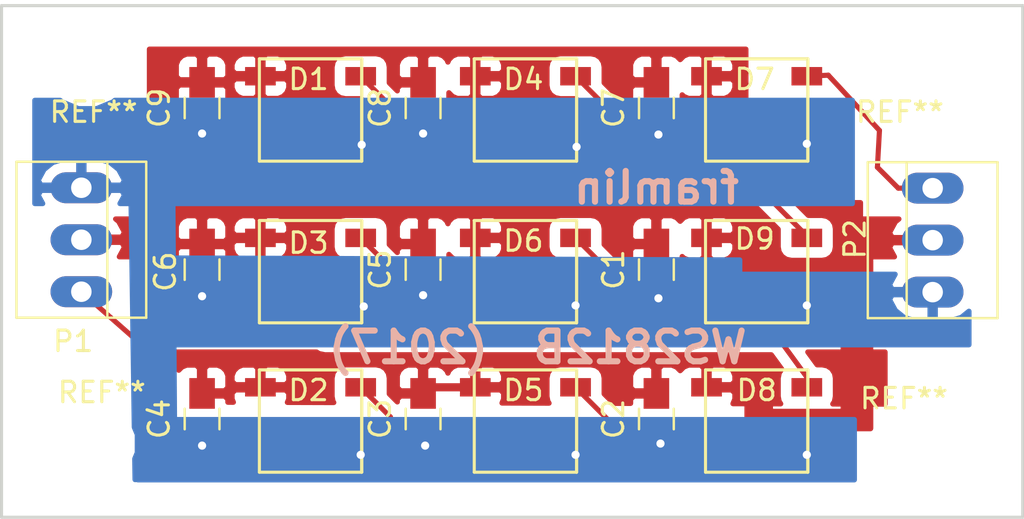
<source format=kicad_pcb>
(kicad_pcb (version 4) (host pcbnew 4.0.5)

  (general
    (links 48)
    (no_connects 0)
    (area 4.471429 15.124999 70.428572 42.475)
    (thickness 1.6)
    (drawings 6)
    (tracks 120)
    (zones 0)
    (modules 24)
    (nets 13)
  )

  (page A4)
  (layers
    (0 F.Cu signal)
    (31 B.Cu signal)
    (32 B.Adhes user hide)
    (33 F.Adhes user hide)
    (34 B.Paste user hide)
    (35 F.Paste user hide)
    (36 B.SilkS user hide)
    (37 F.SilkS user hide)
    (38 B.Mask user)
    (39 F.Mask user)
    (40 Dwgs.User user hide)
    (41 Cmts.User user hide)
    (42 Eco1.User user hide)
    (43 Eco2.User user hide)
    (44 Edge.Cuts user)
    (45 Margin user hide)
    (46 B.CrtYd user hide)
    (47 F.CrtYd user hide)
    (48 B.Fab user hide)
    (49 F.Fab user hide)
  )

  (setup
    (last_trace_width 0.25)
    (trace_clearance 0.3)
    (zone_clearance 0.508)
    (zone_45_only no)
    (trace_min 0.2)
    (segment_width 0.2)
    (edge_width 0.15)
    (via_size 0.6)
    (via_drill 0.4)
    (via_min_size 0.4)
    (via_min_drill 0.3)
    (uvia_size 0.3)
    (uvia_drill 0.1)
    (uvias_allowed no)
    (uvia_min_size 0.2)
    (uvia_min_drill 0.1)
    (pcb_text_width 0.3)
    (pcb_text_size 1.5 1.5)
    (mod_edge_width 0.15)
    (mod_text_size 1 1)
    (mod_text_width 0.15)
    (pad_size 1.524 1.524)
    (pad_drill 0.762)
    (pad_to_mask_clearance 0.2)
    (aux_axis_origin 0 0)
    (visible_elements FFFCC209)
    (pcbplotparams
      (layerselection 0x010fc_80000001)
      (usegerberextensions false)
      (excludeedgelayer true)
      (linewidth 0.100000)
      (plotframeref false)
      (viasonmask false)
      (mode 1)
      (useauxorigin false)
      (hpglpennumber 1)
      (hpglpenspeed 20)
      (hpglpendiameter 15)
      (hpglpenoverlay 2)
      (psnegative false)
      (psa4output false)
      (plotreference true)
      (plotvalue false)
      (plotinvisibletext false)
      (padsonsilk false)
      (subtractmaskfromsilk false)
      (outputformat 1)
      (mirror false)
      (drillshape 0)
      (scaleselection 1)
      (outputdirectory gerber/))
  )

  (net 0 "")
  (net 1 GND)
  (net 2 VDD)
  (net 3 Data_Line_1)
  (net 4 "Net-(D1-Pad4)")
  (net 5 Data_OUT)
  (net 6 "Net-(D2-Pad4)")
  (net 7 Data_Line_2)
  (net 8 "Net-(D3-Pad4)")
  (net 9 "Net-(D4-Pad4)")
  (net 10 "Net-(D5-Pad4)")
  (net 11 "Net-(D6-Pad4)")
  (net 12 Data_IN)

  (net_class Default "Dies ist die voreingestellte Netzklasse."
    (clearance 0.3)
    (trace_width 0.25)
    (via_dia 0.6)
    (via_drill 0.4)
    (uvia_dia 0.3)
    (uvia_drill 0.1)
    (add_net Data_IN)
    (add_net Data_Line_1)
    (add_net Data_Line_2)
    (add_net Data_OUT)
    (add_net GND)
    (add_net "Net-(D1-Pad4)")
    (add_net "Net-(D2-Pad4)")
    (add_net "Net-(D3-Pad4)")
    (add_net "Net-(D4-Pad4)")
    (add_net "Net-(D5-Pad4)")
    (add_net "Net-(D6-Pad4)")
  )

  (net_class power ""
    (clearance 0.4)
    (trace_width 0.4)
    (via_dia 0.6)
    (via_drill 0.4)
    (uvia_dia 0.3)
    (uvia_drill 0.1)
    (add_net VDD)
  )

  (module Connect:PINHEAD1-3 (layer F.Cu) (tedit 58A8A732) (tstamp 58A87288)
    (at 58.6 29.8 90)
    (path /58A87AF5)
    (fp_text reference P2 (at 2.59 -3.8 90) (layer F.SilkS)
      (effects (font (size 1 1) (thickness 0.15)))
    )
    (fp_text value CONN_01X03 (at 2.5 4.1 90) (layer F.Fab)
      (effects (font (size 1 1) (thickness 0.15)))
    )
    (fp_line (start -1.27 -3.17) (end -1.27 3.17) (layer F.SilkS) (width 0.12))
    (fp_line (start 6.35 -3.17) (end 6.35 3.17) (layer F.SilkS) (width 0.12))
    (fp_line (start 6.35 -1.27) (end -1.27 -1.27) (layer F.SilkS) (width 0.12))
    (fp_line (start -1.27 -3.17) (end 6.35 -3.17) (layer F.SilkS) (width 0.12))
    (fp_line (start 6.35 3.17) (end -1.27 3.17) (layer F.SilkS) (width 0.12))
    (fp_line (start -1.52 -3.42) (end 6.6 -3.42) (layer F.CrtYd) (width 0.05))
    (fp_line (start -1.52 -3.42) (end -1.52 3.42) (layer F.CrtYd) (width 0.05))
    (fp_line (start 6.6 3.42) (end 6.6 -3.42) (layer F.CrtYd) (width 0.05))
    (fp_line (start 6.6 3.42) (end -1.52 3.42) (layer F.CrtYd) (width 0.05))
    (pad 1 thru_hole oval (at 0 0 90) (size 1.51 3.01) (drill 1) (layers *.Cu *.Mask)
      (net 1 GND))
    (pad 2 thru_hole oval (at 2.54 0 90) (size 1.51 3.01) (drill 1) (layers *.Cu *.Mask)
      (net 2 VDD))
    (pad 3 thru_hole oval (at 5.08 0 90) (size 1.51 3.01) (drill 1) (layers *.Cu *.Mask)
      (net 12 Data_IN))
  )

  (module ws2812b:WS2812B (layer F.Cu) (tedit 58A8A65A) (tstamp 58A8725E)
    (at 50 20.9)
    (path /58A83CFF)
    (fp_text reference D7 (at -0.1 -1.5) (layer F.SilkS)
      (effects (font (size 1 1) (thickness 0.15)))
    )
    (fp_text value WS2812B_RGB (at -0.1 -4.2) (layer F.Fab)
      (effects (font (size 1 1) (thickness 0.15)))
    )
    (fp_line (start 2.5 -2.5) (end 2.5 2.5) (layer F.SilkS) (width 0.15))
    (fp_line (start -2.5 -2.5) (end 2.5 -2.5) (layer F.SilkS) (width 0.15))
    (fp_line (start -2.5 2.5) (end -2.5 -2.5) (layer F.SilkS) (width 0.15))
    (fp_line (start -2.5 -2.5) (end 2.5 -2.5) (layer F.SilkS) (width 0.15))
    (fp_line (start 2.5 -2.5) (end 2.5 2.5) (layer F.SilkS) (width 0.15))
    (fp_line (start 2.5 2.5) (end -2.5 2.5) (layer F.SilkS) (width 0.15))
    (pad 2 smd rect (at -2.45 1.65) (size 1.5 0.9) (layers F.Cu F.Paste F.Mask)
      (net 9 "Net-(D4-Pad4)"))
    (pad 1 smd rect (at -2.45 -1.65) (size 1.5 0.9) (layers F.Cu F.Paste F.Mask)
      (net 2 VDD))
    (pad 4 smd rect (at 2.45 -1.65) (size 1.5 0.9) (layers F.Cu F.Paste F.Mask)
      (net 12 Data_IN))
    (pad 3 smd rect (at 2.45 1.65) (size 1.5 0.9) (layers F.Cu F.Paste F.Mask)
      (net 1 GND))
  )

  (module ws2812b:WS2812B (layer F.Cu) (tedit 58A8A59B) (tstamp 58A8727A)
    (at 50 28.8)
    (path /58A83D88)
    (fp_text reference D9 (at -0.1 -1.6) (layer F.SilkS)
      (effects (font (size 1 1) (thickness 0.15)))
    )
    (fp_text value WS2812B_RGB (at 0 -3.7) (layer F.Fab)
      (effects (font (size 1 1) (thickness 0.15)))
    )
    (fp_line (start 2.5 -2.5) (end 2.5 2.5) (layer F.SilkS) (width 0.15))
    (fp_line (start -2.5 -2.5) (end 2.5 -2.5) (layer F.SilkS) (width 0.15))
    (fp_line (start -2.5 2.5) (end -2.5 -2.5) (layer F.SilkS) (width 0.15))
    (fp_line (start -2.5 -2.5) (end 2.5 -2.5) (layer F.SilkS) (width 0.15))
    (fp_line (start 2.5 -2.5) (end 2.5 2.5) (layer F.SilkS) (width 0.15))
    (fp_line (start 2.5 2.5) (end -2.5 2.5) (layer F.SilkS) (width 0.15))
    (pad 2 smd rect (at -2.45 1.65) (size 1.5 0.9) (layers F.Cu F.Paste F.Mask)
      (net 11 "Net-(D6-Pad4)"))
    (pad 1 smd rect (at -2.45 -1.65) (size 1.5 0.9) (layers F.Cu F.Paste F.Mask)
      (net 2 VDD))
    (pad 4 smd rect (at 2.45 -1.65) (size 1.5 0.9) (layers F.Cu F.Paste F.Mask)
      (net 3 Data_Line_1))
    (pad 3 smd rect (at 2.45 1.65) (size 1.5 0.9) (layers F.Cu F.Paste F.Mask)
      (net 1 GND))
  )

  (module Capacitors_SMD:C_0805_HandSoldering (layer F.Cu) (tedit 58A8A5A5) (tstamp 58A871CC)
    (at 45.1 28.7 90)
    (descr "Capacitor SMD 0805, hand soldering")
    (tags "capacitor 0805")
    (path /58A85A3D)
    (attr smd)
    (fp_text reference C1 (at 0 -2.1 90) (layer F.SilkS)
      (effects (font (size 1 1) (thickness 0.15)))
    )
    (fp_text value 100nF (at -0.2 5 180) (layer F.Fab)
      (effects (font (size 1 1) (thickness 0.15)))
    )
    (fp_line (start -1 0.625) (end -1 -0.625) (layer F.Fab) (width 0.1))
    (fp_line (start 1 0.625) (end -1 0.625) (layer F.Fab) (width 0.1))
    (fp_line (start 1 -0.625) (end 1 0.625) (layer F.Fab) (width 0.1))
    (fp_line (start -1 -0.625) (end 1 -0.625) (layer F.Fab) (width 0.1))
    (fp_line (start -2.3 -1) (end 2.3 -1) (layer F.CrtYd) (width 0.05))
    (fp_line (start -2.3 1) (end 2.3 1) (layer F.CrtYd) (width 0.05))
    (fp_line (start -2.3 -1) (end -2.3 1) (layer F.CrtYd) (width 0.05))
    (fp_line (start 2.3 -1) (end 2.3 1) (layer F.CrtYd) (width 0.05))
    (fp_line (start 0.5 -0.85) (end -0.5 -0.85) (layer F.SilkS) (width 0.12))
    (fp_line (start -0.5 0.85) (end 0.5 0.85) (layer F.SilkS) (width 0.12))
    (pad 1 smd rect (at -1.25 0 90) (size 1.5 1.25) (layers F.Cu F.Paste F.Mask)
      (net 1 GND))
    (pad 2 smd rect (at 1.25 0 90) (size 1.5 1.25) (layers F.Cu F.Paste F.Mask)
      (net 2 VDD))
    (model Capacitors_SMD.3dshapes/C_0805_HandSoldering.wrl
      (at (xyz 0 0 0))
      (scale (xyz 1 1 1))
      (rotate (xyz 0 0 0))
    )
  )

  (module Capacitors_SMD:C_0805_HandSoldering (layer F.Cu) (tedit 58A8A595) (tstamp 58A871D2)
    (at 45.1 36 90)
    (descr "Capacitor SMD 0805, hand soldering")
    (tags "capacitor 0805")
    (path /58A85562)
    (attr smd)
    (fp_text reference C2 (at 0 -2.1 90) (layer F.SilkS)
      (effects (font (size 1 1) (thickness 0.15)))
    )
    (fp_text value 100nF (at -0.3 5 180) (layer F.Fab)
      (effects (font (size 1 1) (thickness 0.15)))
    )
    (fp_line (start -1 0.625) (end -1 -0.625) (layer F.Fab) (width 0.1))
    (fp_line (start 1 0.625) (end -1 0.625) (layer F.Fab) (width 0.1))
    (fp_line (start 1 -0.625) (end 1 0.625) (layer F.Fab) (width 0.1))
    (fp_line (start -1 -0.625) (end 1 -0.625) (layer F.Fab) (width 0.1))
    (fp_line (start -2.3 -1) (end 2.3 -1) (layer F.CrtYd) (width 0.05))
    (fp_line (start -2.3 1) (end 2.3 1) (layer F.CrtYd) (width 0.05))
    (fp_line (start -2.3 -1) (end -2.3 1) (layer F.CrtYd) (width 0.05))
    (fp_line (start 2.3 -1) (end 2.3 1) (layer F.CrtYd) (width 0.05))
    (fp_line (start 0.5 -0.85) (end -0.5 -0.85) (layer F.SilkS) (width 0.12))
    (fp_line (start -0.5 0.85) (end 0.5 0.85) (layer F.SilkS) (width 0.12))
    (pad 1 smd rect (at -1.25 0 90) (size 1.5 1.25) (layers F.Cu F.Paste F.Mask)
      (net 1 GND))
    (pad 2 smd rect (at 1.25 0 90) (size 1.5 1.25) (layers F.Cu F.Paste F.Mask)
      (net 2 VDD))
    (model Capacitors_SMD.3dshapes/C_0805_HandSoldering.wrl
      (at (xyz 0 0 0))
      (scale (xyz 1 1 1))
      (rotate (xyz 0 0 0))
    )
  )

  (module Capacitors_SMD:C_0805_HandSoldering (layer F.Cu) (tedit 58A8A6BD) (tstamp 58A871D8)
    (at 33.7 36 90)
    (descr "Capacitor SMD 0805, hand soldering")
    (tags "capacitor 0805")
    (path /58A85BAB)
    (attr smd)
    (fp_text reference C3 (at 0 -2.1 90) (layer F.SilkS)
      (effects (font (size 1 1) (thickness 0.15)))
    )
    (fp_text value 100nF (at -0.2 5.1 180) (layer F.Fab)
      (effects (font (size 1 1) (thickness 0.15)))
    )
    (fp_line (start -1 0.625) (end -1 -0.625) (layer F.Fab) (width 0.1))
    (fp_line (start 1 0.625) (end -1 0.625) (layer F.Fab) (width 0.1))
    (fp_line (start 1 -0.625) (end 1 0.625) (layer F.Fab) (width 0.1))
    (fp_line (start -1 -0.625) (end 1 -0.625) (layer F.Fab) (width 0.1))
    (fp_line (start -2.3 -1) (end 2.3 -1) (layer F.CrtYd) (width 0.05))
    (fp_line (start -2.3 1) (end 2.3 1) (layer F.CrtYd) (width 0.05))
    (fp_line (start -2.3 -1) (end -2.3 1) (layer F.CrtYd) (width 0.05))
    (fp_line (start 2.3 -1) (end 2.3 1) (layer F.CrtYd) (width 0.05))
    (fp_line (start 0.5 -0.85) (end -0.5 -0.85) (layer F.SilkS) (width 0.12))
    (fp_line (start -0.5 0.85) (end 0.5 0.85) (layer F.SilkS) (width 0.12))
    (pad 1 smd rect (at -1.25 0 90) (size 1.5 1.25) (layers F.Cu F.Paste F.Mask)
      (net 1 GND))
    (pad 2 smd rect (at 1.25 0 90) (size 1.5 1.25) (layers F.Cu F.Paste F.Mask)
      (net 2 VDD))
    (model Capacitors_SMD.3dshapes/C_0805_HandSoldering.wrl
      (at (xyz 0 0 0))
      (scale (xyz 1 1 1))
      (rotate (xyz 0 0 0))
    )
  )

  (module Capacitors_SMD:C_0805_HandSoldering (layer F.Cu) (tedit 58A8A6AA) (tstamp 58A871DE)
    (at 22.9 36 90)
    (descr "Capacitor SMD 0805, hand soldering")
    (tags "capacitor 0805")
    (path /58A85424)
    (attr smd)
    (fp_text reference C4 (at 0 -2.1 90) (layer F.SilkS)
      (effects (font (size 1 1) (thickness 0.15)))
    )
    (fp_text value 100nF (at -0.1 5.3 180) (layer F.Fab)
      (effects (font (size 1 1) (thickness 0.15)))
    )
    (fp_line (start -1 0.625) (end -1 -0.625) (layer F.Fab) (width 0.1))
    (fp_line (start 1 0.625) (end -1 0.625) (layer F.Fab) (width 0.1))
    (fp_line (start 1 -0.625) (end 1 0.625) (layer F.Fab) (width 0.1))
    (fp_line (start -1 -0.625) (end 1 -0.625) (layer F.Fab) (width 0.1))
    (fp_line (start -2.3 -1) (end 2.3 -1) (layer F.CrtYd) (width 0.05))
    (fp_line (start -2.3 1) (end 2.3 1) (layer F.CrtYd) (width 0.05))
    (fp_line (start -2.3 -1) (end -2.3 1) (layer F.CrtYd) (width 0.05))
    (fp_line (start 2.3 -1) (end 2.3 1) (layer F.CrtYd) (width 0.05))
    (fp_line (start 0.5 -0.85) (end -0.5 -0.85) (layer F.SilkS) (width 0.12))
    (fp_line (start -0.5 0.85) (end 0.5 0.85) (layer F.SilkS) (width 0.12))
    (pad 1 smd rect (at -1.25 0 90) (size 1.5 1.25) (layers F.Cu F.Paste F.Mask)
      (net 1 GND))
    (pad 2 smd rect (at 1.25 0 90) (size 1.5 1.25) (layers F.Cu F.Paste F.Mask)
      (net 2 VDD))
    (model Capacitors_SMD.3dshapes/C_0805_HandSoldering.wrl
      (at (xyz 0 0 0))
      (scale (xyz 1 1 1))
      (rotate (xyz 0 0 0))
    )
  )

  (module Capacitors_SMD:C_0805_HandSoldering (layer F.Cu) (tedit 58A8A578) (tstamp 58A871E4)
    (at 33.7 28.7 90)
    (descr "Capacitor SMD 0805, hand soldering")
    (tags "capacitor 0805")
    (path /58A85AA4)
    (attr smd)
    (fp_text reference C5 (at 0 -2.1 90) (layer F.SilkS)
      (effects (font (size 1 1) (thickness 0.15)))
    )
    (fp_text value 100nF (at -0.4 5 180) (layer F.Fab)
      (effects (font (size 1 1) (thickness 0.15)))
    )
    (fp_line (start -1 0.625) (end -1 -0.625) (layer F.Fab) (width 0.1))
    (fp_line (start 1 0.625) (end -1 0.625) (layer F.Fab) (width 0.1))
    (fp_line (start 1 -0.625) (end 1 0.625) (layer F.Fab) (width 0.1))
    (fp_line (start -1 -0.625) (end 1 -0.625) (layer F.Fab) (width 0.1))
    (fp_line (start -2.3 -1) (end 2.3 -1) (layer F.CrtYd) (width 0.05))
    (fp_line (start -2.3 1) (end 2.3 1) (layer F.CrtYd) (width 0.05))
    (fp_line (start -2.3 -1) (end -2.3 1) (layer F.CrtYd) (width 0.05))
    (fp_line (start 2.3 -1) (end 2.3 1) (layer F.CrtYd) (width 0.05))
    (fp_line (start 0.5 -0.85) (end -0.5 -0.85) (layer F.SilkS) (width 0.12))
    (fp_line (start -0.5 0.85) (end 0.5 0.85) (layer F.SilkS) (width 0.12))
    (pad 1 smd rect (at -1.25 0 90) (size 1.5 1.25) (layers F.Cu F.Paste F.Mask)
      (net 1 GND))
    (pad 2 smd rect (at 1.25 0 90) (size 1.5 1.25) (layers F.Cu F.Paste F.Mask)
      (net 2 VDD))
    (model Capacitors_SMD.3dshapes/C_0805_HandSoldering.wrl
      (at (xyz 0 0 0))
      (scale (xyz 1 1 1))
      (rotate (xyz 0 0 0))
    )
  )

  (module Capacitors_SMD:C_0805_HandSoldering (layer F.Cu) (tedit 58A8A6F5) (tstamp 58A871EA)
    (at 22.9 28.7 90)
    (descr "Capacitor SMD 0805, hand soldering")
    (tags "capacitor 0805")
    (path /58A85C25)
    (attr smd)
    (fp_text reference C6 (at -0.1 -1.8 90) (layer F.SilkS)
      (effects (font (size 1 1) (thickness 0.15)))
    )
    (fp_text value 100nF (at -0.2 5.4 180) (layer F.Fab)
      (effects (font (size 1 1) (thickness 0.15)))
    )
    (fp_line (start -1 0.625) (end -1 -0.625) (layer F.Fab) (width 0.1))
    (fp_line (start 1 0.625) (end -1 0.625) (layer F.Fab) (width 0.1))
    (fp_line (start 1 -0.625) (end 1 0.625) (layer F.Fab) (width 0.1))
    (fp_line (start -1 -0.625) (end 1 -0.625) (layer F.Fab) (width 0.1))
    (fp_line (start -2.3 -1) (end 2.3 -1) (layer F.CrtYd) (width 0.05))
    (fp_line (start -2.3 1) (end 2.3 1) (layer F.CrtYd) (width 0.05))
    (fp_line (start -2.3 -1) (end -2.3 1) (layer F.CrtYd) (width 0.05))
    (fp_line (start 2.3 -1) (end 2.3 1) (layer F.CrtYd) (width 0.05))
    (fp_line (start 0.5 -0.85) (end -0.5 -0.85) (layer F.SilkS) (width 0.12))
    (fp_line (start -0.5 0.85) (end 0.5 0.85) (layer F.SilkS) (width 0.12))
    (pad 1 smd rect (at -1.25 0 90) (size 1.5 1.25) (layers F.Cu F.Paste F.Mask)
      (net 1 GND))
    (pad 2 smd rect (at 1.25 0 90) (size 1.5 1.25) (layers F.Cu F.Paste F.Mask)
      (net 2 VDD))
    (model Capacitors_SMD.3dshapes/C_0805_HandSoldering.wrl
      (at (xyz 0 0 0))
      (scale (xyz 1 1 1))
      (rotate (xyz 0 0 0))
    )
  )

  (module Capacitors_SMD:C_0805_HandSoldering (layer F.Cu) (tedit 58A8A665) (tstamp 58A871F0)
    (at 45.1 20.8 90)
    (descr "Capacitor SMD 0805, hand soldering")
    (tags "capacitor 0805")
    (path /58A859B2)
    (attr smd)
    (fp_text reference C7 (at 0 -2.1 90) (layer F.SilkS)
      (effects (font (size 1 1) (thickness 0.15)))
    )
    (fp_text value 100nF (at -0.1 5.2 180) (layer F.Fab)
      (effects (font (size 1 1) (thickness 0.15)))
    )
    (fp_line (start -1 0.625) (end -1 -0.625) (layer F.Fab) (width 0.1))
    (fp_line (start 1 0.625) (end -1 0.625) (layer F.Fab) (width 0.1))
    (fp_line (start 1 -0.625) (end 1 0.625) (layer F.Fab) (width 0.1))
    (fp_line (start -1 -0.625) (end 1 -0.625) (layer F.Fab) (width 0.1))
    (fp_line (start -2.3 -1) (end 2.3 -1) (layer F.CrtYd) (width 0.05))
    (fp_line (start -2.3 1) (end 2.3 1) (layer F.CrtYd) (width 0.05))
    (fp_line (start -2.3 -1) (end -2.3 1) (layer F.CrtYd) (width 0.05))
    (fp_line (start 2.3 -1) (end 2.3 1) (layer F.CrtYd) (width 0.05))
    (fp_line (start 0.5 -0.85) (end -0.5 -0.85) (layer F.SilkS) (width 0.12))
    (fp_line (start -0.5 0.85) (end 0.5 0.85) (layer F.SilkS) (width 0.12))
    (pad 1 smd rect (at -1.25 0 90) (size 1.5 1.25) (layers F.Cu F.Paste F.Mask)
      (net 1 GND))
    (pad 2 smd rect (at 1.25 0 90) (size 1.5 1.25) (layers F.Cu F.Paste F.Mask)
      (net 2 VDD))
    (model Capacitors_SMD.3dshapes/C_0805_HandSoldering.wrl
      (at (xyz 0 0 0))
      (scale (xyz 1 1 1))
      (rotate (xyz 0 0 0))
    )
  )

  (module Capacitors_SMD:C_0805_HandSoldering (layer F.Cu) (tedit 58A8A66F) (tstamp 58A871F6)
    (at 33.7 20.8 90)
    (descr "Capacitor SMD 0805, hand soldering")
    (tags "capacitor 0805")
    (path /58A85AFE)
    (attr smd)
    (fp_text reference C8 (at 0 -2.1 90) (layer F.SilkS)
      (effects (font (size 1 1) (thickness 0.15)))
    )
    (fp_text value 100nF (at -0.3 5.1 180) (layer F.Fab)
      (effects (font (size 1 1) (thickness 0.15)))
    )
    (fp_line (start -1 0.625) (end -1 -0.625) (layer F.Fab) (width 0.1))
    (fp_line (start 1 0.625) (end -1 0.625) (layer F.Fab) (width 0.1))
    (fp_line (start 1 -0.625) (end 1 0.625) (layer F.Fab) (width 0.1))
    (fp_line (start -1 -0.625) (end 1 -0.625) (layer F.Fab) (width 0.1))
    (fp_line (start -2.3 -1) (end 2.3 -1) (layer F.CrtYd) (width 0.05))
    (fp_line (start -2.3 1) (end 2.3 1) (layer F.CrtYd) (width 0.05))
    (fp_line (start -2.3 -1) (end -2.3 1) (layer F.CrtYd) (width 0.05))
    (fp_line (start 2.3 -1) (end 2.3 1) (layer F.CrtYd) (width 0.05))
    (fp_line (start 0.5 -0.85) (end -0.5 -0.85) (layer F.SilkS) (width 0.12))
    (fp_line (start -0.5 0.85) (end 0.5 0.85) (layer F.SilkS) (width 0.12))
    (pad 1 smd rect (at -1.25 0 90) (size 1.5 1.25) (layers F.Cu F.Paste F.Mask)
      (net 1 GND))
    (pad 2 smd rect (at 1.25 0 90) (size 1.5 1.25) (layers F.Cu F.Paste F.Mask)
      (net 2 VDD))
    (model Capacitors_SMD.3dshapes/C_0805_HandSoldering.wrl
      (at (xyz 0 0 0))
      (scale (xyz 1 1 1))
      (rotate (xyz 0 0 0))
    )
  )

  (module Capacitors_SMD:C_0805_HandSoldering (layer F.Cu) (tedit 58A8A679) (tstamp 58A871FC)
    (at 22.9 20.8 90)
    (descr "Capacitor SMD 0805, hand soldering")
    (tags "capacitor 0805")
    (path /58A85C95)
    (attr smd)
    (fp_text reference C9 (at 0 -2.1 90) (layer F.SilkS)
      (effects (font (size 1 1) (thickness 0.15)))
    )
    (fp_text value 100nF (at -0.1 5.4 180) (layer F.Fab)
      (effects (font (size 1 1) (thickness 0.15)))
    )
    (fp_line (start -1 0.625) (end -1 -0.625) (layer F.Fab) (width 0.1))
    (fp_line (start 1 0.625) (end -1 0.625) (layer F.Fab) (width 0.1))
    (fp_line (start 1 -0.625) (end 1 0.625) (layer F.Fab) (width 0.1))
    (fp_line (start -1 -0.625) (end 1 -0.625) (layer F.Fab) (width 0.1))
    (fp_line (start -2.3 -1) (end 2.3 -1) (layer F.CrtYd) (width 0.05))
    (fp_line (start -2.3 1) (end 2.3 1) (layer F.CrtYd) (width 0.05))
    (fp_line (start -2.3 -1) (end -2.3 1) (layer F.CrtYd) (width 0.05))
    (fp_line (start 2.3 -1) (end 2.3 1) (layer F.CrtYd) (width 0.05))
    (fp_line (start 0.5 -0.85) (end -0.5 -0.85) (layer F.SilkS) (width 0.12))
    (fp_line (start -0.5 0.85) (end 0.5 0.85) (layer F.SilkS) (width 0.12))
    (pad 1 smd rect (at -1.25 0 90) (size 1.5 1.25) (layers F.Cu F.Paste F.Mask)
      (net 1 GND))
    (pad 2 smd rect (at 1.25 0 90) (size 1.5 1.25) (layers F.Cu F.Paste F.Mask)
      (net 2 VDD))
    (model Capacitors_SMD.3dshapes/C_0805_HandSoldering.wrl
      (at (xyz 0 0 0))
      (scale (xyz 1 1 1))
      (rotate (xyz 0 0 0))
    )
  )

  (module ws2812b:WS2812B (layer F.Cu) (tedit 58A8A648) (tstamp 58A8720A)
    (at 28.2 20.9)
    (path /58A83CAD)
    (fp_text reference D1 (at -0.1 -1.5) (layer F.SilkS)
      (effects (font (size 1 1) (thickness 0.15)))
    )
    (fp_text value WS2812B_RGB (at -1.5 -4.2) (layer F.Fab)
      (effects (font (size 1 1) (thickness 0.15)))
    )
    (fp_line (start 2.5 -2.5) (end 2.5 2.5) (layer F.SilkS) (width 0.15))
    (fp_line (start -2.5 -2.5) (end 2.5 -2.5) (layer F.SilkS) (width 0.15))
    (fp_line (start -2.5 2.5) (end -2.5 -2.5) (layer F.SilkS) (width 0.15))
    (fp_line (start -2.5 -2.5) (end 2.5 -2.5) (layer F.SilkS) (width 0.15))
    (fp_line (start 2.5 -2.5) (end 2.5 2.5) (layer F.SilkS) (width 0.15))
    (fp_line (start 2.5 2.5) (end -2.5 2.5) (layer F.SilkS) (width 0.15))
    (pad 2 smd rect (at -2.45 1.65) (size 1.5 0.9) (layers F.Cu F.Paste F.Mask)
      (net 3 Data_Line_1))
    (pad 1 smd rect (at -2.45 -1.65) (size 1.5 0.9) (layers F.Cu F.Paste F.Mask)
      (net 2 VDD))
    (pad 4 smd rect (at 2.45 -1.65) (size 1.5 0.9) (layers F.Cu F.Paste F.Mask)
      (net 4 "Net-(D1-Pad4)"))
    (pad 3 smd rect (at 2.45 1.65) (size 1.5 0.9) (layers F.Cu F.Paste F.Mask)
      (net 1 GND))
  )

  (module ws2812b:WS2812B (layer F.Cu) (tedit 58A8A695) (tstamp 58A87218)
    (at 28.2 36.1)
    (path /58A83E18)
    (fp_text reference D2 (at -0.1 -1.5) (layer F.SilkS)
      (effects (font (size 1 1) (thickness 0.15)))
    )
    (fp_text value WS2812B_RGB (at -1.4 -3.7) (layer F.Fab)
      (effects (font (size 1 1) (thickness 0.15)))
    )
    (fp_line (start 2.5 -2.5) (end 2.5 2.5) (layer F.SilkS) (width 0.15))
    (fp_line (start -2.5 -2.5) (end 2.5 -2.5) (layer F.SilkS) (width 0.15))
    (fp_line (start -2.5 2.5) (end -2.5 -2.5) (layer F.SilkS) (width 0.15))
    (fp_line (start -2.5 -2.5) (end 2.5 -2.5) (layer F.SilkS) (width 0.15))
    (fp_line (start 2.5 -2.5) (end 2.5 2.5) (layer F.SilkS) (width 0.15))
    (fp_line (start 2.5 2.5) (end -2.5 2.5) (layer F.SilkS) (width 0.15))
    (pad 2 smd rect (at -2.45 1.65) (size 1.5 0.9) (layers F.Cu F.Paste F.Mask)
      (net 5 Data_OUT))
    (pad 1 smd rect (at -2.45 -1.65) (size 1.5 0.9) (layers F.Cu F.Paste F.Mask)
      (net 2 VDD))
    (pad 4 smd rect (at 2.45 -1.65) (size 1.5 0.9) (layers F.Cu F.Paste F.Mask)
      (net 6 "Net-(D2-Pad4)"))
    (pad 3 smd rect (at 2.45 1.65) (size 1.5 0.9) (layers F.Cu F.Paste F.Mask)
      (net 1 GND))
  )

  (module ws2812b:WS2812B (layer F.Cu) (tedit 58A8A686) (tstamp 58A87226)
    (at 28.2 28.8)
    (path /58A83D27)
    (fp_text reference D3 (at -0.1 -1.4) (layer F.SilkS)
      (effects (font (size 1 1) (thickness 0.15)))
    )
    (fp_text value WS2812B_RGB (at -1.5 -3.7) (layer F.Fab)
      (effects (font (size 1 1) (thickness 0.15)))
    )
    (fp_line (start 2.5 -2.5) (end 2.5 2.5) (layer F.SilkS) (width 0.15))
    (fp_line (start -2.5 -2.5) (end 2.5 -2.5) (layer F.SilkS) (width 0.15))
    (fp_line (start -2.5 2.5) (end -2.5 -2.5) (layer F.SilkS) (width 0.15))
    (fp_line (start -2.5 -2.5) (end 2.5 -2.5) (layer F.SilkS) (width 0.15))
    (fp_line (start 2.5 -2.5) (end 2.5 2.5) (layer F.SilkS) (width 0.15))
    (fp_line (start 2.5 2.5) (end -2.5 2.5) (layer F.SilkS) (width 0.15))
    (pad 2 smd rect (at -2.45 1.65) (size 1.5 0.9) (layers F.Cu F.Paste F.Mask)
      (net 7 Data_Line_2))
    (pad 1 smd rect (at -2.45 -1.65) (size 1.5 0.9) (layers F.Cu F.Paste F.Mask)
      (net 2 VDD))
    (pad 4 smd rect (at 2.45 -1.65) (size 1.5 0.9) (layers F.Cu F.Paste F.Mask)
      (net 8 "Net-(D3-Pad4)"))
    (pad 3 smd rect (at 2.45 1.65) (size 1.5 0.9) (layers F.Cu F.Paste F.Mask)
      (net 1 GND))
  )

  (module ws2812b:WS2812B (layer F.Cu) (tedit 58A8A651) (tstamp 58A87234)
    (at 38.7 20.9)
    (path /58A83CCF)
    (fp_text reference D4 (at -0.1 -1.5) (layer F.SilkS)
      (effects (font (size 1 1) (thickness 0.15)))
    )
    (fp_text value WS2812B_RGB (at -0.2 -4.2) (layer F.Fab)
      (effects (font (size 1 1) (thickness 0.15)))
    )
    (fp_line (start 2.5 -2.5) (end 2.5 2.5) (layer F.SilkS) (width 0.15))
    (fp_line (start -2.5 -2.5) (end 2.5 -2.5) (layer F.SilkS) (width 0.15))
    (fp_line (start -2.5 2.5) (end -2.5 -2.5) (layer F.SilkS) (width 0.15))
    (fp_line (start -2.5 -2.5) (end 2.5 -2.5) (layer F.SilkS) (width 0.15))
    (fp_line (start 2.5 -2.5) (end 2.5 2.5) (layer F.SilkS) (width 0.15))
    (fp_line (start 2.5 2.5) (end -2.5 2.5) (layer F.SilkS) (width 0.15))
    (pad 2 smd rect (at -2.45 1.65) (size 1.5 0.9) (layers F.Cu F.Paste F.Mask)
      (net 4 "Net-(D1-Pad4)"))
    (pad 1 smd rect (at -2.45 -1.65) (size 1.5 0.9) (layers F.Cu F.Paste F.Mask)
      (net 2 VDD))
    (pad 4 smd rect (at 2.45 -1.65) (size 1.5 0.9) (layers F.Cu F.Paste F.Mask)
      (net 9 "Net-(D4-Pad4)"))
    (pad 3 smd rect (at 2.45 1.65) (size 1.5 0.9) (layers F.Cu F.Paste F.Mask)
      (net 1 GND))
  )

  (module ws2812b:WS2812B (layer F.Cu) (tedit 58A8A69C) (tstamp 58A87242)
    (at 38.7 36.1)
    (path /58A83E48)
    (fp_text reference D5 (at -0.1 -1.5) (layer F.SilkS)
      (effects (font (size 1 1) (thickness 0.15)))
    )
    (fp_text value WS2812B_RGB (at 0 -3.7) (layer F.Fab)
      (effects (font (size 1 1) (thickness 0.15)))
    )
    (fp_line (start 2.5 -2.5) (end 2.5 2.5) (layer F.SilkS) (width 0.15))
    (fp_line (start -2.5 -2.5) (end 2.5 -2.5) (layer F.SilkS) (width 0.15))
    (fp_line (start -2.5 2.5) (end -2.5 -2.5) (layer F.SilkS) (width 0.15))
    (fp_line (start -2.5 -2.5) (end 2.5 -2.5) (layer F.SilkS) (width 0.15))
    (fp_line (start 2.5 -2.5) (end 2.5 2.5) (layer F.SilkS) (width 0.15))
    (fp_line (start 2.5 2.5) (end -2.5 2.5) (layer F.SilkS) (width 0.15))
    (pad 2 smd rect (at -2.45 1.65) (size 1.5 0.9) (layers F.Cu F.Paste F.Mask)
      (net 6 "Net-(D2-Pad4)"))
    (pad 1 smd rect (at -2.45 -1.65) (size 1.5 0.9) (layers F.Cu F.Paste F.Mask)
      (net 2 VDD))
    (pad 4 smd rect (at 2.45 -1.65) (size 1.5 0.9) (layers F.Cu F.Paste F.Mask)
      (net 10 "Net-(D5-Pad4)"))
    (pad 3 smd rect (at 2.45 1.65) (size 1.5 0.9) (layers F.Cu F.Paste F.Mask)
      (net 1 GND))
  )

  (module ws2812b:WS2812B (layer F.Cu) (tedit 58A8A56F) (tstamp 58A87250)
    (at 38.7 28.8)
    (path /58A83D5E)
    (fp_text reference D6 (at -0.1 -1.5) (layer F.SilkS)
      (effects (font (size 1 1) (thickness 0.15)))
    )
    (fp_text value WS2812B_RGB (at 0 -3.7) (layer F.Fab)
      (effects (font (size 1 1) (thickness 0.15)))
    )
    (fp_line (start 2.5 -2.5) (end 2.5 2.5) (layer F.SilkS) (width 0.15))
    (fp_line (start -2.5 -2.5) (end 2.5 -2.5) (layer F.SilkS) (width 0.15))
    (fp_line (start -2.5 2.5) (end -2.5 -2.5) (layer F.SilkS) (width 0.15))
    (fp_line (start -2.5 -2.5) (end 2.5 -2.5) (layer F.SilkS) (width 0.15))
    (fp_line (start 2.5 -2.5) (end 2.5 2.5) (layer F.SilkS) (width 0.15))
    (fp_line (start 2.5 2.5) (end -2.5 2.5) (layer F.SilkS) (width 0.15))
    (pad 2 smd rect (at -2.45 1.65) (size 1.5 0.9) (layers F.Cu F.Paste F.Mask)
      (net 8 "Net-(D3-Pad4)"))
    (pad 1 smd rect (at -2.45 -1.65) (size 1.5 0.9) (layers F.Cu F.Paste F.Mask)
      (net 2 VDD))
    (pad 4 smd rect (at 2.45 -1.65) (size 1.5 0.9) (layers F.Cu F.Paste F.Mask)
      (net 11 "Net-(D6-Pad4)"))
    (pad 3 smd rect (at 2.45 1.65) (size 1.5 0.9) (layers F.Cu F.Paste F.Mask)
      (net 1 GND))
  )

  (module ws2812b:WS2812B (layer F.Cu) (tedit 58A8A58C) (tstamp 58A8726C)
    (at 50 36.1)
    (path /58A83E7C)
    (fp_text reference D8 (at 0 -1.5) (layer F.SilkS)
      (effects (font (size 1 1) (thickness 0.15)))
    )
    (fp_text value WS2812B_RGB (at 0 -3.7) (layer F.Fab)
      (effects (font (size 1 1) (thickness 0.15)))
    )
    (fp_line (start 2.5 -2.5) (end 2.5 2.5) (layer F.SilkS) (width 0.15))
    (fp_line (start -2.5 -2.5) (end 2.5 -2.5) (layer F.SilkS) (width 0.15))
    (fp_line (start -2.5 2.5) (end -2.5 -2.5) (layer F.SilkS) (width 0.15))
    (fp_line (start -2.5 -2.5) (end 2.5 -2.5) (layer F.SilkS) (width 0.15))
    (fp_line (start 2.5 -2.5) (end 2.5 2.5) (layer F.SilkS) (width 0.15))
    (fp_line (start 2.5 2.5) (end -2.5 2.5) (layer F.SilkS) (width 0.15))
    (pad 2 smd rect (at -2.45 1.65) (size 1.5 0.9) (layers F.Cu F.Paste F.Mask)
      (net 10 "Net-(D5-Pad4)"))
    (pad 1 smd rect (at -2.45 -1.65) (size 1.5 0.9) (layers F.Cu F.Paste F.Mask)
      (net 2 VDD))
    (pad 4 smd rect (at 2.45 -1.65) (size 1.5 0.9) (layers F.Cu F.Paste F.Mask)
      (net 7 Data_Line_2))
    (pad 3 smd rect (at 2.45 1.65) (size 1.5 0.9) (layers F.Cu F.Paste F.Mask)
      (net 1 GND))
  )

  (module Connect:PINHEAD1-3 (layer F.Cu) (tedit 58A8A71F) (tstamp 58A87281)
    (at 17 24.7 270)
    (path /58A87A3F)
    (fp_text reference P1 (at 7.5 0.4 360) (layer F.SilkS)
      (effects (font (size 1 1) (thickness 0.15)))
    )
    (fp_text value CONN_01X03 (at 2.5 4.3 270) (layer F.Fab)
      (effects (font (size 1 1) (thickness 0.15)))
    )
    (fp_line (start -1.27 -3.17) (end -1.27 3.17) (layer F.SilkS) (width 0.12))
    (fp_line (start 6.35 -3.17) (end 6.35 3.17) (layer F.SilkS) (width 0.12))
    (fp_line (start 6.35 -1.27) (end -1.27 -1.27) (layer F.SilkS) (width 0.12))
    (fp_line (start -1.27 -3.17) (end 6.35 -3.17) (layer F.SilkS) (width 0.12))
    (fp_line (start 6.35 3.17) (end -1.27 3.17) (layer F.SilkS) (width 0.12))
    (fp_line (start -1.52 -3.42) (end 6.6 -3.42) (layer F.CrtYd) (width 0.05))
    (fp_line (start -1.52 -3.42) (end -1.52 3.42) (layer F.CrtYd) (width 0.05))
    (fp_line (start 6.6 3.42) (end 6.6 -3.42) (layer F.CrtYd) (width 0.05))
    (fp_line (start 6.6 3.42) (end -1.52 3.42) (layer F.CrtYd) (width 0.05))
    (pad 1 thru_hole oval (at 0 0 270) (size 1.51 3.01) (drill 1) (layers *.Cu *.Mask)
      (net 1 GND))
    (pad 2 thru_hole oval (at 2.54 0 270) (size 1.51 3.01) (drill 1) (layers *.Cu *.Mask)
      (net 2 VDD))
    (pad 3 thru_hole oval (at 5.08 0 270) (size 1.51 3.01) (drill 1) (layers *.Cu *.Mask)
      (net 5 Data_OUT))
  )

  (module Mounting_Holes:MountingHole_3.2mm_M3_DIN965 (layer F.Cu) (tedit 58A8BD7B) (tstamp 58A8B368)
    (at 57.6 18.6)
    (descr "Mounting Hole 3.2mm, no annular, M3, DIN965")
    (tags "mounting hole 3.2mm no annular m3 din965")
    (fp_text reference REF** (at -0.6 2.4) (layer F.SilkS)
      (effects (font (size 1 1) (thickness 0.15)))
    )
    (fp_text value MountingHole_3.2mm_M3_DIN965 (at 0 3.8) (layer F.Fab)
      (effects (font (size 1 1) (thickness 0.15)))
    )
    (fp_circle (center 0 0) (end 2.8 0) (layer Cmts.User) (width 0.15))
    (fp_circle (center 0 0) (end 3.05 0) (layer F.CrtYd) (width 0.05))
    (pad 1 np_thru_hole circle (at 0 0) (size 3.2 3.2) (drill 3.2) (layers *.Cu *.Mask))
  )

  (module Mounting_Holes:MountingHole_3.2mm_M3_DIN965 (layer F.Cu) (tedit 58A8BD8B) (tstamp 58A8B388)
    (at 17.3 18.6)
    (descr "Mounting Hole 3.2mm, no annular, M3, DIN965")
    (tags "mounting hole 3.2mm no annular m3 din965")
    (fp_text reference REF** (at 0.3 2.4) (layer F.SilkS)
      (effects (font (size 1 1) (thickness 0.15)))
    )
    (fp_text value MountingHole_3.2mm_M3_DIN965 (at 0 3.8) (layer F.Fab)
      (effects (font (size 1 1) (thickness 0.15)))
    )
    (fp_circle (center 0 0) (end 2.8 0) (layer Cmts.User) (width 0.15))
    (fp_circle (center 0 0) (end 3.05 0) (layer F.CrtYd) (width 0.05))
    (pad 1 np_thru_hole circle (at 0 0) (size 3.2 3.2) (drill 3.2) (layers *.Cu *.Mask))
  )

  (module Mounting_Holes:MountingHole_3.2mm_M3_DIN965 (layer F.Cu) (tedit 58A8BD54) (tstamp 58A8B399)
    (at 17.5 37.2)
    (descr "Mounting Hole 3.2mm, no annular, M3, DIN965")
    (tags "mounting hole 3.2mm no annular m3 din965")
    (fp_text reference REF** (at 0.5 -2.5) (layer F.SilkS)
      (effects (font (size 1 1) (thickness 0.15)))
    )
    (fp_text value MountingHole_3.2mm_M3_DIN965 (at 0 3.8) (layer F.Fab)
      (effects (font (size 1 1) (thickness 0.15)))
    )
    (fp_circle (center 0 0) (end 2.8 0) (layer Cmts.User) (width 0.15))
    (fp_circle (center 0 0) (end 3.05 0) (layer F.CrtYd) (width 0.05))
    (pad 1 np_thru_hole circle (at 0 0) (size 3.2 3.2) (drill 3.2) (layers *.Cu *.Mask))
  )

  (module Mounting_Holes:MountingHole_3.2mm_M3_DIN965 (layer F.Cu) (tedit 58A8BD65) (tstamp 58A8B3AA)
    (at 57.6 37.4)
    (descr "Mounting Hole 3.2mm, no annular, M3, DIN965")
    (tags "mounting hole 3.2mm no annular m3 din965")
    (fp_text reference REF** (at -0.4 -2.4) (layer F.SilkS)
      (effects (font (size 1 1) (thickness 0.15)))
    )
    (fp_text value MountingHole_3.2mm_M3_DIN965 (at 0 3.8) (layer F.Fab)
      (effects (font (size 1 1) (thickness 0.15)))
    )
    (fp_circle (center 0 0) (end 2.8 0) (layer Cmts.User) (width 0.15))
    (fp_circle (center 0 0) (end 3.05 0) (layer F.CrtYd) (width 0.05))
    (pad 1 np_thru_hole circle (at 0 0) (size 3.2 3.2) (drill 3.2) (layers *.Cu *.Mask))
  )

  (gr_line (start 63 15.8) (end 13.1 15.8) (angle 90) (layer Edge.Cuts) (width 0.15))
  (gr_line (start 63 40.8) (end 63 15.8) (angle 90) (layer Edge.Cuts) (width 0.15))
  (gr_line (start 13.1 40.8) (end 63 40.8) (angle 90) (layer Edge.Cuts) (width 0.15))
  (gr_line (start 13.1 15.8) (end 13.1 40.8) (angle 90) (layer Edge.Cuts) (width 0.15))
  (gr_text "WS2812B  (2017)" (at 39.3 32.5) (layer B.SilkS)
    (effects (font (size 1.5 1.5) (thickness 0.3)) (justify mirror))
  )
  (gr_text framlin (at 45.1 24.7) (layer B.SilkS)
    (effects (font (size 1.5 1.5) (thickness 0.3)) (justify mirror))
  )

  (via (at 52.45 37.75) (size 0.6) (drill 0.4) (layers F.Cu B.Cu) (net 1))
  (segment (start 52.45 37.75) (end 52.4 37.7) (width 0.25) (layer B.Cu) (net 1) (tstamp 58AFFCFA))
  (via (at 45.3 37.2) (size 0.6) (drill 0.4) (layers F.Cu B.Cu) (net 1))
  (segment (start 45.3 37.2) (end 45.25 37.25) (width 0.25) (layer F.Cu) (net 1) (tstamp 58AFFCF5))
  (segment (start 45.25 37.25) (end 45.1 37.25) (width 0.25) (layer F.Cu) (net 1) (tstamp 58AFFCF6))
  (via (at 41.15 37.75) (size 0.6) (drill 0.4) (layers F.Cu B.Cu) (net 1))
  (segment (start 41.15 37.75) (end 41.2 37.7) (width 0.25) (layer B.Cu) (net 1) (tstamp 58AFFCF1))
  (via (at 33.8 37.3) (size 0.6) (drill 0.4) (layers F.Cu B.Cu) (net 1))
  (segment (start 33.8 37.3) (end 33.75 37.25) (width 0.25) (layer F.Cu) (net 1) (tstamp 58AFFCEC))
  (segment (start 33.75 37.25) (end 33.7 37.25) (width 0.25) (layer F.Cu) (net 1) (tstamp 58AFFCED))
  (via (at 30.65 37.75) (size 0.6) (drill 0.4) (layers F.Cu B.Cu) (net 1))
  (segment (start 30.65 37.75) (end 30.7 37.7) (width 0.25) (layer B.Cu) (net 1) (tstamp 58AFFCE8))
  (via (at 22.9 37.3) (size 0.6) (drill 0.4) (layers F.Cu B.Cu) (net 1))
  (segment (start 22.9 37.3) (end 22.9 37.25) (width 0.25) (layer F.Cu) (net 1) (tstamp 58AFFCE4))
  (via (at 52.45 30.45) (size 0.6) (drill 0.4) (layers F.Cu B.Cu) (net 1))
  (segment (start 52.45 30.45) (end 52.4 30.5) (width 0.25) (layer B.Cu) (net 1) (tstamp 58AFFCAD))
  (via (at 45.2 30.1) (size 0.6) (drill 0.4) (layers F.Cu B.Cu) (net 1))
  (segment (start 45.2 30.1) (end 45.1 30) (width 0.25) (layer F.Cu) (net 1) (tstamp 58AFFCA8))
  (segment (start 45.1 30) (end 45.1 29.95) (width 0.25) (layer F.Cu) (net 1) (tstamp 58AFFCA9))
  (via (at 41.15 30.45) (size 0.6) (drill 0.4) (layers F.Cu B.Cu) (net 1))
  (segment (start 41.15 30.45) (end 41.2 30.5) (width 0.25) (layer B.Cu) (net 1) (tstamp 58AFFCA4))
  (segment (start 30.7 30.5) (end 30.8 30.5) (width 0.25) (layer B.Cu) (net 1))
  (segment (start 30.8 30.5) (end 30.75 30.45) (width 0.25) (layer F.Cu) (net 1) (tstamp 58AFFC9F))
  (via (at 30.8 30.5) (size 0.6) (drill 0.4) (layers F.Cu B.Cu) (net 1))
  (segment (start 30.75 30.45) (end 30.65 30.45) (width 0.25) (layer F.Cu) (net 1) (tstamp 58AFFCA0))
  (via (at 33.7 29.95) (size 0.6) (drill 0.4) (layers F.Cu B.Cu) (net 1))
  (segment (start 33.7 29.95) (end 33.7 30) (width 0.25) (layer B.Cu) (net 1) (tstamp 58AFFC90))
  (via (at 22.9 30) (size 0.6) (drill 0.4) (layers F.Cu B.Cu) (net 1))
  (segment (start 22.9 30) (end 22.9 29.95) (width 0.25) (layer F.Cu) (net 1) (tstamp 58AFFC89))
  (via (at 52.45 22.55) (size 0.6) (drill 0.4) (layers F.Cu B.Cu) (net 1))
  (segment (start 52.45 22.55) (end 52.4 22.5) (width 0.25) (layer B.Cu) (net 1) (tstamp 58AFFC7D))
  (via (at 45.2 22.1) (size 0.6) (drill 0.4) (layers F.Cu B.Cu) (net 1))
  (segment (start 45.2 22.1) (end 45.15 22.05) (width 0.25) (layer F.Cu) (net 1) (tstamp 58AFFC76))
  (segment (start 45.15 22.05) (end 45.1 22.05) (width 0.25) (layer F.Cu) (net 1) (tstamp 58AFFC77))
  (via (at 41.2 22.7) (size 0.6) (drill 0.4) (layers F.Cu B.Cu) (net 1))
  (segment (start 41.2 22.7) (end 41.15 22.65) (width 0.25) (layer F.Cu) (net 1) (tstamp 58AFFC6E))
  (segment (start 41.15 22.65) (end 41.15 22.55) (width 0.25) (layer F.Cu) (net 1) (tstamp 58AFFC6F))
  (via (at 33.7 22.05) (size 0.6) (drill 0.4) (layers F.Cu B.Cu) (net 1))
  (segment (start 33.7 22.05) (end 33.7 22) (width 0.25) (layer B.Cu) (net 1) (tstamp 58AFFC61))
  (via (at 30.7 22.6) (size 0.6) (drill 0.4) (layers F.Cu B.Cu) (net 1))
  (segment (start 30.7 22.6) (end 30.65 22.55) (width 0.25) (layer F.Cu) (net 1) (tstamp 58AFFC59))
  (via (at 22.9 22.05) (size 0.6) (drill 0.4) (layers F.Cu B.Cu) (net 1))
  (segment (start 22.9 22.05) (end 22.9 22) (width 0.25) (layer B.Cu) (net 1) (tstamp 58AFFC4E))
  (segment (start 33.7 19.55) (end 33.55 19.55) (width 0.4) (layer F.Cu) (net 2))
  (segment (start 45.1 19.55) (end 45.05 19.55) (width 0.4) (layer F.Cu) (net 2))
  (segment (start 33.7 27.45) (end 33.7 27.3) (width 0.4) (layer F.Cu) (net 2))
  (segment (start 45.1 27.45) (end 45.1 26.8) (width 0.4) (layer F.Cu) (net 2))
  (segment (start 25.75 34.45) (end 26.25 34.45) (width 0.4) (layer F.Cu) (net 2))
  (segment (start 17.21 27.45) (end 17 27.24) (width 0.4) (layer F.Cu) (net 2) (tstamp 58A89FA5))
  (segment (start 23.2 19.25) (end 22.9 19.55) (width 0.4) (layer F.Cu) (net 2) (tstamp 58A898F1))
  (segment (start 23.2 27.15) (end 22.9 27.45) (width 0.4) (layer F.Cu) (net 2) (tstamp 58A898E8))
  (segment (start 23.2 34.45) (end 22.9 34.75) (width 0.4) (layer F.Cu) (net 2) (tstamp 58A898E5))
  (segment (start 36.25 34.45) (end 34 34.45) (width 0.4) (layer F.Cu) (net 2))
  (segment (start 34 34.45) (end 33.7 34.75) (width 0.4) (layer F.Cu) (net 2) (tstamp 58A898DD))
  (segment (start 34 27.15) (end 33.7 27.45) (width 0.4) (layer F.Cu) (net 2) (tstamp 58A898D6))
  (segment (start 34 19.25) (end 33.7 19.55) (width 0.4) (layer F.Cu) (net 2) (tstamp 58A898D2))
  (segment (start 45.4 19.25) (end 45.1 19.55) (width 0.4) (layer F.Cu) (net 2) (tstamp 58A898C8))
  (segment (start 45.4 27.15) (end 45.1 27.45) (width 0.4) (layer F.Cu) (net 2) (tstamp 58A898BE))
  (segment (start 45.4 34.45) (end 45.1 34.75) (width 0.4) (layer F.Cu) (net 2) (tstamp 58A898BA))
  (segment (start 33.9 19.15) (end 33.5 19.55) (width 0.4) (layer F.Cu) (net 2) (tstamp 58A88D79))
  (segment (start 25.75 22.55) (end 27.35 22.55) (width 0.25) (layer F.Cu) (net 3))
  (segment (start 49.8 24.4) (end 52.45 27.05) (width 0.25) (layer F.Cu) (net 3) (tstamp 58A89C81))
  (segment (start 29.2 24.4) (end 49.8 24.4) (width 0.25) (layer F.Cu) (net 3) (tstamp 58A89C7E))
  (segment (start 27.35 22.55) (end 29.2 24.4) (width 0.25) (layer F.Cu) (net 3) (tstamp 58A89C7C))
  (segment (start 52.45 27.05) (end 52.45 27.15) (width 0.25) (layer F.Cu) (net 3) (tstamp 58A89C8E))
  (segment (start 36.25 22.55) (end 35.55 22.55) (width 0.25) (layer F.Cu) (net 4))
  (segment (start 35.55 22.55) (end 34.6 23.5) (width 0.25) (layer F.Cu) (net 4) (tstamp 58A89C54))
  (segment (start 34.6 23.5) (end 32.9 23.5) (width 0.25) (layer F.Cu) (net 4) (tstamp 58A89C56))
  (segment (start 32.9 23.5) (end 32.1 22.7) (width 0.25) (layer F.Cu) (net 4) (tstamp 58A89C58))
  (segment (start 32.1 22.7) (end 32.1 20.7) (width 0.25) (layer F.Cu) (net 4) (tstamp 58A89C5A))
  (segment (start 32.1 20.7) (end 30.65 19.25) (width 0.25) (layer F.Cu) (net 4) (tstamp 58A89C5D))
  (segment (start 25.75 37.75) (end 25.25 37.75) (width 0.25) (layer F.Cu) (net 5))
  (segment (start 25.25 37.75) (end 24.111562 38.615213) (width 0.25) (layer F.Cu) (net 5) (tstamp 58A89E63))
  (segment (start 24.111562 38.615213) (end 21.8 38.6) (width 0.25) (layer F.Cu) (net 5) (tstamp 58A89E65))
  (segment (start 21.8 38.6) (end 21 37.6) (width 0.25) (layer F.Cu) (net 5) (tstamp 58A89E67))
  (segment (start 21 37.6) (end 21 33.3) (width 0.25) (layer F.Cu) (net 5) (tstamp 58A89E6B))
  (segment (start 21 33.3) (end 17 29.78) (width 0.25) (layer F.Cu) (net 5) (tstamp 58A89E6D))
  (segment (start 36.25 37.75) (end 35.75 37.75) (width 0.25) (layer F.Cu) (net 6))
  (segment (start 35.75 37.75) (end 34.8 38.7) (width 0.25) (layer F.Cu) (net 6) (tstamp 58A89E3D))
  (segment (start 34.8 38.7) (end 32.6 38.7) (width 0.25) (layer F.Cu) (net 6) (tstamp 58A89E40))
  (segment (start 32.6 38.7) (end 32.1 38.2) (width 0.25) (layer F.Cu) (net 6) (tstamp 58A89E42))
  (segment (start 32.1 38.2) (end 32.1 35.9) (width 0.25) (layer F.Cu) (net 6) (tstamp 58A89E43))
  (segment (start 32.1 35.9) (end 30.65 34.45) (width 0.25) (layer F.Cu) (net 6) (tstamp 58A89E46))
  (segment (start 25.75 30.45) (end 27.25 30.45) (width 0.25) (layer F.Cu) (net 7))
  (segment (start 52.45 33.95) (end 52.45 34.45) (width 0.25) (layer F.Cu) (net 7) (tstamp 58A89E2A))
  (segment (start 51.1 32.1) (end 52.45 33.95) (width 0.25) (layer F.Cu) (net 7) (tstamp 58A89E20))
  (segment (start 28.9 32.1) (end 51.1 32.1) (width 0.25) (layer F.Cu) (net 7) (tstamp 58A89E1C))
  (segment (start 28.6 31.8) (end 28.9 32.1) (width 0.25) (layer F.Cu) (net 7) (tstamp 58A89E18))
  (segment (start 27.25 30.45) (end 28.6 31.8) (width 0.25) (layer F.Cu) (net 7) (tstamp 58A89E16))
  (segment (start 36.25 30.45) (end 35.75 30.45) (width 0.25) (layer F.Cu) (net 8))
  (segment (start 35.75 30.45) (end 34.9 31.3) (width 0.25) (layer F.Cu) (net 8) (tstamp 58A89DDF))
  (segment (start 34.9 31.3) (end 32.6 31.3) (width 0.25) (layer F.Cu) (net 8) (tstamp 58A89DE2))
  (segment (start 32.6 31.3) (end 32.1 30.8) (width 0.25) (layer F.Cu) (net 8) (tstamp 58A89DE5))
  (segment (start 32.1 30.8) (end 32.1 28.6) (width 0.25) (layer F.Cu) (net 8) (tstamp 58A89DE7))
  (segment (start 32.1 28.6) (end 30.65 27.15) (width 0.25) (layer F.Cu) (net 8) (tstamp 58A89DE9))
  (segment (start 46.201969 23.4) (end 46.202148 23.4) (width 0.25) (layer F.Cu) (net 9))
  (segment (start 46.202148 23.4) (end 46.95 22.55) (width 0.25) (layer F.Cu) (net 9) (tstamp 58A89BD5))
  (segment (start 46.95 22.55) (end 47.55 22.55) (width 0.25) (layer F.Cu) (net 9) (tstamp 58A89BDB))
  (segment (start 47.55 22.55) (end 47.55 22.75) (width 0.25) (layer F.Cu) (net 9))
  (segment (start 46.201969 23.4) (end 43.9 23.4) (width 0.25) (layer F.Cu) (net 9) (tstamp 58A89BD3))
  (segment (start 43.9 23.4) (end 43.1 22.8) (width 0.25) (layer F.Cu) (net 9) (tstamp 58A89B6D))
  (segment (start 43.1 22.8) (end 43.1 21.2) (width 0.25) (layer F.Cu) (net 9) (tstamp 58A89B6F))
  (segment (start 43.1 21.2) (end 41.25 19.35) (width 0.25) (layer F.Cu) (net 9) (tstamp 58A89B71))
  (segment (start 47.55 37.75) (end 47.15 37.75) (width 0.25) (layer F.Cu) (net 10))
  (segment (start 47.15 37.75) (end 46.2 38.7) (width 0.25) (layer F.Cu) (net 10) (tstamp 58A89D6B))
  (segment (start 46.2 38.7) (end 43.9 38.7) (width 0.25) (layer F.Cu) (net 10) (tstamp 58A89D6F))
  (segment (start 43.9 38.7) (end 43.1 37.9) (width 0.25) (layer F.Cu) (net 10) (tstamp 58A89D70))
  (segment (start 43.1 37.9) (end 43.1 36.4) (width 0.25) (layer F.Cu) (net 10) (tstamp 58A89D73))
  (segment (start 43.1 36.4) (end 41.15 34.45) (width 0.25) (layer F.Cu) (net 10) (tstamp 58A89D74))
  (segment (start 47.55 30.45) (end 47.15 30.45) (width 0.25) (layer F.Cu) (net 11))
  (segment (start 47.15 30.45) (end 46.3 31.3) (width 0.25) (layer F.Cu) (net 11) (tstamp 58A89D42))
  (segment (start 46.3 31.3) (end 43.7 31.3) (width 0.25) (layer F.Cu) (net 11) (tstamp 58A89D43))
  (segment (start 43.7 31.3) (end 43.1 30.7) (width 0.25) (layer F.Cu) (net 11) (tstamp 58A89D47))
  (segment (start 43.1 30.7) (end 43.1 29.1) (width 0.25) (layer F.Cu) (net 11) (tstamp 58A89D49))
  (segment (start 43.1 29.1) (end 41.15 27.15) (width 0.25) (layer F.Cu) (net 11) (tstamp 58A89D4C))
  (segment (start 58.6 24.72) (end 56.92 24.72) (width 0.25) (layer F.Cu) (net 12))
  (segment (start 53.5 19.2) (end 52.45 19.25) (width 0.25) (layer F.Cu) (net 12) (tstamp 58A89EC3))
  (segment (start 56 21.9) (end 53.5 19.2) (width 0.25) (layer F.Cu) (net 12) (tstamp 58A89EBE))
  (segment (start 55.9 23.7) (end 56 21.9) (width 0.25) (layer F.Cu) (net 12) (tstamp 58A89EB8))
  (segment (start 56.92 24.72) (end 55.9 23.7) (width 0.25) (layer F.Cu) (net 12) (tstamp 58A89EB6))

  (zone (net 1) (net_name GND) (layer B.Cu) (tstamp 58AFF740) (hatch edge 0.508)
    (connect_pads (clearance 0.508))
    (min_thickness 0.254)
    (fill yes (arc_segments 16) (thermal_gap 0.508) (thermal_bridge_width 0.508))
    (polygon
      (pts
        (xy 54.8 25.6) (xy 21.601481 25.6) (xy 21.619309 28.006799) (xy 49.3 28.1) (xy 49.3 28.8)
        (xy 60.5 28.8) (xy 60.5 32.5) (xy 21.652592 32.5) (xy 21.677778 35.9) (xy 54.9 35.9)
        (xy 54.9 39.1) (xy 19.7 39.1) (xy 19.7 39.081818) (xy 19.5 39.1) (xy 19.305756 25.6)
        (xy 14.6 25.6) (xy 14.6 20.3) (xy 54.8 20.3)
      )
    )
    (filled_polygon
      (pts
        (xy 16.032321 20.493636) (xy 16.853481 20.834611) (xy 17.742619 20.835387) (xy 18.564372 20.495845) (xy 18.633337 20.427)
        (xy 54.673 20.427) (xy 54.673 25.473) (xy 21.601481 25.473) (xy 21.552071 25.483006) (xy 21.510446 25.511447)
        (xy 21.483166 25.553841) (xy 21.474484 25.600941) (xy 21.492312 28.00774) (xy 21.502684 28.057074) (xy 21.531432 28.098487)
        (xy 21.574028 28.125452) (xy 21.618881 28.133798) (xy 49.173 28.226573) (xy 49.173 28.8) (xy 49.183006 28.84941)
        (xy 49.211447 28.891035) (xy 49.253841 28.918315) (xy 49.3 28.927) (xy 56.766405 28.927) (xy 56.517207 29.385403)
        (xy 56.502723 29.458029) (xy 56.625317 29.673) (xy 58.473 29.673) (xy 58.473 29.653) (xy 58.727 29.653)
        (xy 58.727 29.673) (xy 58.747 29.673) (xy 58.747 29.927) (xy 58.727 29.927) (xy 58.727 31.19)
        (xy 59.477 31.19) (xy 59.999263 31.035592) (xy 60.373 30.733265) (xy 60.373 32.373) (xy 21.652592 32.373)
        (xy 21.603182 32.383006) (xy 21.561557 32.411447) (xy 21.534277 32.453841) (xy 21.525595 32.500941) (xy 21.550781 35.900941)
        (xy 21.561153 35.950275) (xy 21.589901 35.991688) (xy 21.632497 36.018653) (xy 21.677778 36.027) (xy 54.773 36.027)
        (xy 54.773 38.973) (xy 19.760918 38.973) (xy 19.746159 38.963503) (xy 19.688502 38.95534) (xy 19.625015 38.961112)
        (xy 19.610404 37.945643) (xy 19.734611 37.646519) (xy 19.735387 36.757381) (xy 19.588181 36.401115) (xy 19.498122 30.141971)
        (xy 56.502723 30.141971) (xy 56.517207 30.214597) (xy 56.777319 30.693076) (xy 57.200737 31.035592) (xy 57.723 31.19)
        (xy 58.473 31.19) (xy 58.473 29.927) (xy 56.625317 29.927) (xy 56.502723 30.141971) (xy 19.498122 30.141971)
        (xy 19.432743 25.598173) (xy 19.422027 25.548912) (xy 19.392991 25.507701) (xy 19.350208 25.481034) (xy 19.305756 25.473)
        (xy 18.887957 25.473) (xy 19.082793 25.114597) (xy 19.097277 25.041971) (xy 18.974683 24.827) (xy 17.127 24.827)
        (xy 17.127 24.847) (xy 16.873 24.847) (xy 16.873 24.827) (xy 15.025317 24.827) (xy 14.902723 25.041971)
        (xy 14.917207 25.114597) (xy 15.112043 25.473) (xy 14.727 25.473) (xy 14.727 24.358029) (xy 14.902723 24.358029)
        (xy 15.025317 24.573) (xy 16.873 24.573) (xy 16.873 23.31) (xy 17.127 23.31) (xy 17.127 24.573)
        (xy 18.974683 24.573) (xy 19.097277 24.358029) (xy 19.082793 24.285403) (xy 18.822681 23.806924) (xy 18.399263 23.464408)
        (xy 17.877 23.31) (xy 17.127 23.31) (xy 16.873 23.31) (xy 16.123 23.31) (xy 15.600737 23.464408)
        (xy 15.177319 23.806924) (xy 14.917207 24.285403) (xy 14.902723 24.358029) (xy 14.727 24.358029) (xy 14.727 20.427)
        (xy 15.965801 20.427)
      )
    )
  )
  (zone (net 2) (net_name VDD) (layer F.Cu) (tstamp 58AFF8FE) (hatch edge 0.508)
    (connect_pads (clearance 0.508))
    (min_thickness 0.254)
    (fill yes (arc_segments 16) (thermal_gap 0.508) (thermal_bridge_width 0.508))
    (polygon
      (pts
        (xy 49.6 20.7) (xy 21.436361 20.600129) (xy 21.329546 25.3) (xy 55.2 25.3) (xy 55.2 26.1)
        (xy 59.6 26.1) (xy 59.9 28.2) (xy 55.7 28.2) (xy 55.7 32.6) (xy 56.4 32.6)
        (xy 56.4 35.4) (xy 55.7 35.397994) (xy 55.7 36.6) (xy 49.4 36.6) (xy 49.4 35.379943)
        (xy 21.5 35.3) (xy 21.5 32.6) (xy 54.1 32.6) (xy 54.1 28.9) (xy 20.5 28.9)
        (xy 20.5 28.2) (xy 15 28.2) (xy 15 26.1) (xy 20.2 26.1) (xy 20.2 17.8)
        (xy 49.6 17.8)
      )
    )
    (polygon
      (pts        (xy 50.8 35.5) (xy 54.1 35.5) (xy 54.1 35.39341) (xy 50.8 35.383954)
      )
    )
    (filled_polygon
      (pts
        (xy 49.473 20.572549) (xy 46.30408 20.561312) (xy 46.36 20.426309) (xy 46.36 20.158025) (xy 46.440302 20.238327)
        (xy 46.673691 20.335) (xy 47.26425 20.335) (xy 47.423 20.17625) (xy 47.423 19.377) (xy 47.677 19.377)
        (xy 47.677 20.17625) (xy 47.83575 20.335) (xy 48.426309 20.335) (xy 48.659698 20.238327) (xy 48.838327 20.059699)
        (xy 48.935 19.82631) (xy 48.935 19.53575) (xy 48.77625 19.377) (xy 47.677 19.377) (xy 47.423 19.377)
        (xy 47.403 19.377) (xy 47.403 19.123) (xy 47.423 19.123) (xy 47.423 18.32375) (xy 47.677 18.32375)
        (xy 47.677 19.123) (xy 48.77625 19.123) (xy 48.935 18.96425) (xy 48.935 18.67369) (xy 48.838327 18.440301)
        (xy 48.659698 18.261673) (xy 48.426309 18.165) (xy 47.83575 18.165) (xy 47.677 18.32375) (xy 47.423 18.32375)
        (xy 47.26425 18.165) (xy 46.673691 18.165) (xy 46.440302 18.261673) (xy 46.2625 18.439474) (xy 46.084699 18.261673)
        (xy 45.85131 18.165) (xy 45.38575 18.165) (xy 45.227 18.32375) (xy 45.227 19.423) (xy 45.247 19.423)
        (xy 45.247 19.677) (xy 45.227 19.677) (xy 45.227 19.697) (xy 44.973 19.697) (xy 44.973 19.677)
        (xy 43.99875 19.677) (xy 43.84 19.83575) (xy 43.84 20.426309) (xy 43.892378 20.55276) (xy 43.526263 20.551461)
        (xy 42.54744 19.572638) (xy 42.54744 18.8) (xy 42.523674 18.673691) (xy 43.84 18.673691) (xy 43.84 19.26425)
        (xy 43.99875 19.423) (xy 44.973 19.423) (xy 44.973 18.32375) (xy 44.81425 18.165) (xy 44.34869 18.165)
        (xy 44.115301 18.261673) (xy 43.936673 18.440302) (xy 43.84 18.673691) (xy 42.523674 18.673691) (xy 42.503162 18.564683)
        (xy 42.36409 18.348559) (xy 42.15189 18.203569) (xy 41.9 18.15256) (xy 40.4 18.15256) (xy 40.164683 18.196838)
        (xy 39.948559 18.33591) (xy 39.803569 18.54811) (xy 39.75256 18.8) (xy 39.75256 19.7) (xy 39.796838 19.935317)
        (xy 39.93591 20.151441) (xy 40.14811 20.296431) (xy 40.4 20.34744) (xy 41.172638 20.34744) (xy 41.369009 20.543811)
        (xy 34.9208 20.520946) (xy 34.96 20.426309) (xy 34.96 20.05566) (xy 34.961673 20.059699) (xy 35.140302 20.238327)
        (xy 35.373691 20.335) (xy 35.96425 20.335) (xy 36.123 20.17625) (xy 36.123 19.377) (xy 36.377 19.377)
        (xy 36.377 20.17625) (xy 36.53575 20.335) (xy 37.126309 20.335) (xy 37.359698 20.238327) (xy 37.538327 20.059699)
        (xy 37.635 19.82631) (xy 37.635 19.53575) (xy 37.47625 19.377) (xy 36.377 19.377) (xy 36.123 19.377)
        (xy 36.103 19.377) (xy 36.103 19.123) (xy 36.123 19.123) (xy 36.123 18.32375) (xy 36.377 18.32375)
        (xy 36.377 19.123) (xy 37.47625 19.123) (xy 37.635 18.96425) (xy 37.635 18.67369) (xy 37.538327 18.440301)
        (xy 37.359698 18.261673) (xy 37.126309 18.165) (xy 36.53575 18.165) (xy 36.377 18.32375) (xy 36.123 18.32375)
        (xy 35.96425 18.165) (xy 35.373691 18.165) (xy 35.140302 18.261673) (xy 34.961673 18.440301) (xy 34.9125 18.559015)
        (xy 34.863327 18.440302) (xy 34.684699 18.261673) (xy 34.45131 18.165) (xy 33.98575 18.165) (xy 33.827 18.32375)
        (xy 33.827 19.423) (xy 33.847 19.423) (xy 33.847 19.677) (xy 33.827 19.677) (xy 33.827 19.697)
        (xy 33.573 19.697) (xy 33.573 19.677) (xy 32.59875 19.677) (xy 32.44 19.83575) (xy 32.44 19.965198)
        (xy 32.04744 19.572638) (xy 32.04744 18.8) (xy 32.023674 18.673691) (xy 32.44 18.673691) (xy 32.44 19.26425)
        (xy 32.59875 19.423) (xy 33.573 19.423) (xy 33.573 18.32375) (xy 33.41425 18.165) (xy 32.94869 18.165)
        (xy 32.715301 18.261673) (xy 32.536673 18.440302) (xy 32.44 18.673691) (xy 32.023674 18.673691) (xy 32.003162 18.564683)
        (xy 31.86409 18.348559) (xy 31.65189 18.203569) (xy 31.4 18.15256) (xy 29.9 18.15256) (xy 29.664683 18.196838)
        (xy 29.448559 18.33591) (xy 29.303569 18.54811) (xy 29.25256 18.8) (xy 29.25256 19.7) (xy 29.296838 19.935317)
        (xy 29.43591 20.151441) (xy 29.64811 20.296431) (xy 29.9 20.34744) (xy 30.672638 20.34744) (xy 30.831643 20.506445)
        (xy 24.13664 20.482704) (xy 24.16 20.426309) (xy 24.16 19.83575) (xy 24.00125 19.677) (xy 23.027 19.677)
        (xy 23.027 19.697) (xy 22.773 19.697) (xy 22.773 19.677) (xy 21.79875 19.677) (xy 21.64 19.83575)
        (xy 21.64 20.426309) (xy 21.659721 20.47392) (xy 21.436811 20.47313) (xy 21.387366 20.48296) (xy 21.345641 20.511253)
        (xy 21.318211 20.553551) (xy 21.309394 20.597243) (xy 21.202579 25.297114) (xy 21.211459 25.346739) (xy 21.238947 25.388999)
        (xy 21.280711 25.417235) (xy 21.329546 25.427) (xy 49.752198 25.427) (xy 51.05256 26.727362) (xy 51.05256 27.6)
        (xy 51.096838 27.835317) (xy 51.23591 28.051441) (xy 51.44811 28.196431) (xy 51.7 28.24744) (xy 53.2 28.24744)
        (xy 53.435317 28.203162) (xy 53.651441 28.06409) (xy 53.796431 27.85189) (xy 53.84744 27.6) (xy 53.84744 26.7)
        (xy 53.803162 26.464683) (xy 53.66409 26.248559) (xy 53.45189 26.103569) (xy 53.2 26.05256) (xy 52.527362 26.05256)
        (xy 51.901802 25.427) (xy 55.073 25.427) (xy 55.073 26.1) (xy 55.083006 26.14941) (xy 55.111447 26.191035)
        (xy 55.153841 26.218315) (xy 55.2 26.227) (xy 56.950293 26.227) (xy 56.777319 26.366924) (xy 56.517207 26.845403)
        (xy 56.502723 26.918029) (xy 56.625317 27.133) (xy 58.473 27.133) (xy 58.473 27.113) (xy 58.727 27.113)
        (xy 58.727 27.133) (xy 58.747 27.133) (xy 58.747 27.387) (xy 58.727 27.387) (xy 58.727 27.407)
        (xy 58.473 27.407) (xy 58.473 27.387) (xy 56.625317 27.387) (xy 56.502723 27.601971) (xy 56.517207 27.674597)
        (xy 56.733788 28.073) (xy 55.7 28.073) (xy 55.65059 28.083006) (xy 55.608965 28.111447) (xy 55.581685 28.153841)
        (xy 55.573 28.2) (xy 55.573 32.6) (xy 55.583006 32.64941) (xy 55.611447 32.691035) (xy 55.653841 32.718315)
        (xy 55.7 32.727) (xy 56.273 32.727) (xy 56.273 35.272636) (xy 55.700364 35.270995) (xy 55.650925 35.280859)
        (xy 55.60922 35.30918) (xy 55.581818 35.351496) (xy 55.573 35.397994) (xy 55.573 36.453498) (xy 55.564902 36.473)
        (xy 49.527 36.473) (xy 49.527 35.379943) (xy 49.516994 35.330533) (xy 49.488553 35.288908) (xy 49.446159 35.261628)
        (xy 49.400364 35.252944) (xy 48.841788 35.251343) (xy 48.935 35.02631) (xy 48.935 34.73575) (xy 48.77625 34.577)
        (xy 47.677 34.577) (xy 47.677 34.597) (xy 47.423 34.597) (xy 47.423 34.577) (xy 47.403 34.577)
        (xy 47.403 34.323) (xy 47.423 34.323) (xy 47.423 33.52375) (xy 47.677 33.52375) (xy 47.677 34.323)
        (xy 48.77625 34.323) (xy 48.935 34.16425) (xy 48.935 33.87369) (xy 48.838327 33.640301) (xy 48.659698 33.461673)
        (xy 48.426309 33.365) (xy 47.83575 33.365) (xy 47.677 33.52375) (xy 47.423 33.52375) (xy 47.26425 33.365)
        (xy 46.673691 33.365) (xy 46.440302 33.461673) (xy 46.2625 33.639474) (xy 46.084699 33.461673) (xy 45.85131 33.365)
        (xy 45.38575 33.365) (xy 45.227 33.52375) (xy 45.227 34.623) (xy 45.247 34.623) (xy 45.247 34.877)
        (xy 45.227 34.877) (xy 45.227 34.897) (xy 44.973 34.897) (xy 44.973 34.877) (xy 43.99875 34.877)
        (xy 43.84 35.03575) (xy 43.84 35.237012) (xy 43.009434 35.234632) (xy 42.54744 34.772638) (xy 42.54744 34)
        (xy 42.523674 33.873691) (xy 43.84 33.873691) (xy 43.84 34.46425) (xy 43.99875 34.623) (xy 44.973 34.623)
        (xy 44.973 33.52375) (xy 44.81425 33.365) (xy 44.34869 33.365) (xy 44.115301 33.461673) (xy 43.936673 33.640302)
        (xy 43.84 33.873691) (xy 42.523674 33.873691) (xy 42.503162 33.764683) (xy 42.36409 33.548559) (xy 42.15189 33.403569)
        (xy 41.9 33.35256) (xy 40.4 33.35256) (xy 40.164683 33.396838) (xy 39.948559 33.53591) (xy 39.803569 33.74811)
        (xy 39.75256 34) (xy 39.75256 34.9) (xy 39.796838 35.135317) (xy 39.854929 35.225593) (xy 37.555184 35.219004)
        (xy 37.635 35.02631) (xy 37.635 34.73575) (xy 37.47625 34.577) (xy 36.377 34.577) (xy 36.377 34.597)
        (xy 36.123 34.597) (xy 36.123 34.577) (xy 36.103 34.577) (xy 36.103 34.323) (xy 36.123 34.323)
        (xy 36.123 33.52375) (xy 36.377 33.52375) (xy 36.377 34.323) (xy 37.47625 34.323) (xy 37.635 34.16425)
        (xy 37.635 33.87369) (xy 37.538327 33.640301) (xy 37.359698 33.461673) (xy 37.126309 33.365) (xy 36.53575 33.365)
        (xy 36.377 33.52375) (xy 36.123 33.52375) (xy 35.96425 33.365) (xy 35.373691 33.365) (xy 35.140302 33.461673)
        (xy 34.961673 33.640301) (xy 34.9125 33.759015) (xy 34.863327 33.640302) (xy 34.684699 33.461673) (xy 34.45131 33.365)
        (xy 33.98575 33.365) (xy 33.827 33.52375) (xy 33.827 34.623) (xy 33.847 34.623) (xy 33.847 34.877)
        (xy 33.827 34.877) (xy 33.827 34.897) (xy 33.573 34.897) (xy 33.573 34.877) (xy 32.59875 34.877)
        (xy 32.44 35.03575) (xy 32.44 35.165198) (xy 32.04744 34.772638) (xy 32.04744 34) (xy 32.023674 33.873691)
        (xy 32.44 33.873691) (xy 32.44 34.46425) (xy 32.59875 34.623) (xy 33.573 34.623) (xy 33.573 33.52375)
        (xy 33.41425 33.365) (xy 32.94869 33.365) (xy 32.715301 33.461673) (xy 32.536673 33.640302) (xy 32.44 33.873691)
        (xy 32.023674 33.873691) (xy 32.003162 33.764683) (xy 31.86409 33.548559) (xy 31.65189 33.403569) (xy 31.4 33.35256)
        (xy 29.9 33.35256) (xy 29.664683 33.396838) (xy 29.448559 33.53591) (xy 29.303569 33.74811) (xy 29.25256 34)
        (xy 29.25256 34.9) (xy 29.296838 35.135317) (xy 29.335534 35.195452) (xy 27.067631 35.188953) (xy 27.135 35.02631)
        (xy 27.135 34.73575) (xy 26.97625 34.577) (xy 25.877 34.577) (xy 25.877 34.597) (xy 25.623 34.597)
        (xy 25.623 34.577) (xy 24.52375 34.577) (xy 24.365 34.73575) (xy 24.365 35.02631) (xy 24.429238 35.181393)
        (xy 24.16 35.180622) (xy 24.16 35.03575) (xy 24.00125 34.877) (xy 23.027 34.877) (xy 23.027 34.897)
        (xy 22.773 34.897) (xy 22.773 34.877) (xy 22.753 34.877) (xy 22.753 34.623) (xy 22.773 34.623)
        (xy 22.773 33.52375) (xy 23.027 33.52375) (xy 23.027 34.623) (xy 24.00125 34.623) (xy 24.16 34.46425)
        (xy 24.16 33.873691) (xy 24.16 33.87369) (xy 24.365 33.87369) (xy 24.365 34.16425) (xy 24.52375 34.323)
        (xy 25.623 34.323) (xy 25.623 33.52375) (xy 25.877 33.52375) (xy 25.877 34.323) (xy 26.97625 34.323)
        (xy 27.135 34.16425) (xy 27.135 33.87369) (xy 27.038327 33.640301) (xy 26.859698 33.461673) (xy 26.626309 33.365)
        (xy 26.03575 33.365) (xy 25.877 33.52375) (xy 25.623 33.52375) (xy 25.46425 33.365) (xy 24.873691 33.365)
        (xy 24.640302 33.461673) (xy 24.461673 33.640301) (xy 24.365 33.87369) (xy 24.16 33.87369) (xy 24.063327 33.640302)
        (xy 23.884699 33.461673) (xy 23.65131 33.365) (xy 23.18575 33.365) (xy 23.027 33.52375) (xy 22.773 33.52375)
        (xy 22.61425 33.365) (xy 22.14869 33.365) (xy 21.915301 33.461673) (xy 21.76 33.616975) (xy 21.76 33.3)
        (xy 21.75521 33.275921) (xy 21.758456 33.251588) (xy 21.726439 33.131277) (xy 21.702148 33.009161) (xy 21.688508 32.988748)
        (xy 21.682195 32.965024) (xy 21.627 32.892838) (xy 21.627 32.727) (xy 28.496694 32.727) (xy 28.609161 32.802148)
        (xy 28.9 32.86) (xy 50.713758 32.86) (xy 51.228458 33.56533) (xy 51.103569 33.74811) (xy 51.05256 34)
        (xy 51.05256 34.9) (xy 51.096838 35.135317) (xy 51.175802 35.258031) (xy 50.800364 35.256955) (xy 50.750925 35.266819)
        (xy 50.70922 35.29514) (xy 50.681818 35.337456) (xy 50.673 35.383954) (xy 50.673 35.5) (xy 50.683006 35.54941)
        (xy 50.711447 35.591035) (xy 50.753841 35.618315) (xy 50.8 35.627) (xy 54.1 35.627) (xy 54.14941 35.616994)
        (xy 54.191035 35.588553) (xy 54.218315 35.546159) (xy 54.227 35.5) (xy 54.227 35.39341) (xy 54.216994 35.344)
        (xy 54.188553 35.302375) (xy 54.146159 35.275095) (xy 54.100364 35.266411) (xy 53.718929 35.265318) (xy 53.796431 35.15189)
        (xy 53.84744 34.9) (xy 53.84744 34) (xy 53.803162 33.764683) (xy 53.66409 33.548559) (xy 53.45189 33.403569)
        (xy 53.2 33.35256) (xy 52.954868 33.35256) (xy 52.498378 32.727) (xy 54.1 32.727) (xy 54.14941 32.716994)
        (xy 54.191035 32.688553) (xy 54.218315 32.646159) (xy 54.227 32.6) (xy 54.227 28.9) (xy 54.216994 28.85059)
        (xy 54.188553 28.808965) (xy 54.146159 28.781685) (xy 54.1 28.773) (xy 46.204817 28.773) (xy 46.18909 28.748559)
        (xy 46.120994 28.702031) (xy 46.263327 28.559698) (xy 46.36 28.326309) (xy 46.36 28.058025) (xy 46.440302 28.138327)
        (xy 46.673691 28.235) (xy 47.26425 28.235) (xy 47.423 28.07625) (xy 47.423 27.277) (xy 47.677 27.277)
        (xy 47.677 28.07625) (xy 47.83575 28.235) (xy 48.426309 28.235) (xy 48.659698 28.138327) (xy 48.838327 27.959699)
        (xy 48.935 27.72631) (xy 48.935 27.43575) (xy 48.77625 27.277) (xy 47.677 27.277) (xy 47.423 27.277)
        (xy 47.403 27.277) (xy 47.403 27.023) (xy 47.423 27.023) (xy 47.423 26.22375) (xy 47.677 26.22375)
        (xy 47.677 27.023) (xy 48.77625 27.023) (xy 48.935 26.86425) (xy 48.935 26.57369) (xy 48.838327 26.340301)
        (xy 48.659698 26.161673) (xy 48.426309 26.065) (xy 47.83575 26.065) (xy 47.677 26.22375) (xy 47.423 26.22375)
        (xy 47.26425 26.065) (xy 46.673691 26.065) (xy 46.440302 26.161673) (xy 46.2625 26.339474) (xy 46.084699 26.161673)
        (xy 45.85131 26.065) (xy 45.38575 26.065) (xy 45.227 26.22375) (xy 45.227 27.323) (xy 45.247 27.323)
        (xy 45.247 27.577) (xy 45.227 27.577) (xy 45.227 27.597) (xy 44.973 27.597) (xy 44.973 27.577)
        (xy 43.99875 27.577) (xy 43.84 27.73575) (xy 43.84 28.326309) (xy 43.936673 28.559698) (xy 44.07791 28.700936)
        (xy 44.023559 28.73591) (xy 43.998216 28.773) (xy 43.777987 28.773) (xy 43.637401 28.562599) (xy 42.54744 27.472638)
        (xy 42.54744 26.7) (xy 42.523674 26.573691) (xy 43.84 26.573691) (xy 43.84 27.16425) (xy 43.99875 27.323)
        (xy 44.973 27.323) (xy 44.973 26.22375) (xy 44.81425 26.065) (xy 44.34869 26.065) (xy 44.115301 26.161673)
        (xy 43.936673 26.340302) (xy 43.84 26.573691) (xy 42.523674 26.573691) (xy 42.503162 26.464683) (xy 42.36409 26.248559)
        (xy 42.15189 26.103569) (xy 41.9 26.05256) (xy 40.4 26.05256) (xy 40.164683 26.096838) (xy 39.948559 26.23591)
        (xy 39.803569 26.44811) (xy 39.75256 26.7) (xy 39.75256 27.6) (xy 39.796838 27.835317) (xy 39.93591 28.051441)
        (xy 40.14811 28.196431) (xy 40.4 28.24744) (xy 41.172638 28.24744) (xy 41.698198 28.773) (xy 34.804817 28.773)
        (xy 34.78909 28.748559) (xy 34.720994 28.702031) (xy 34.863327 28.559698) (xy 34.96 28.326309) (xy 34.96 27.95566)
        (xy 34.961673 27.959699) (xy 35.140302 28.138327) (xy 35.373691 28.235) (xy 35.96425 28.235) (xy 36.123 28.07625)
        (xy 36.123 27.277) (xy 36.377 27.277) (xy 36.377 28.07625) (xy 36.53575 28.235) (xy 37.126309 28.235)
        (xy 37.359698 28.138327) (xy 37.538327 27.959699) (xy 37.635 27.72631) (xy 37.635 27.43575) (xy 37.47625 27.277)
        (xy 36.377 27.277) (xy 36.123 27.277) (xy 36.103 27.277) (xy 36.103 27.023) (xy 36.123 27.023)
        (xy 36.123 26.22375) (xy 36.377 26.22375) (xy 36.377 27.023) (xy 37.47625 27.023) (xy 37.635 26.86425)
        (xy 37.635 26.57369) (xy 37.538327 26.340301) (xy 37.359698 26.161673) (xy 37.126309 26.065) (xy 36.53575 26.065)
        (xy 36.377 26.22375) (xy 36.123 26.22375) (xy 35.96425 26.065) (xy 35.373691 26.065) (xy 35.140302 26.161673)
        (xy 34.961673 26.340301) (xy 34.9125 26.459015) (xy 34.863327 26.340302) (xy 34.684699 26.161673) (xy 34.45131 26.065)
        (xy 33.98575 26.065) (xy 33.827 26.22375) (xy 33.827 27.323) (xy 33.847 27.323) (xy 33.847 27.577)
        (xy 33.827 27.577) (xy 33.827 27.597) (xy 33.573 27.597) (xy 33.573 27.577) (xy 32.59875 27.577)
        (xy 32.44 27.73575) (xy 32.44 27.865198) (xy 32.04744 27.472638) (xy 32.04744 26.7) (xy 32.023674 26.573691)
        (xy 32.44 26.573691) (xy 32.44 27.16425) (xy 32.59875 27.323) (xy 33.573 27.323) (xy 33.573 26.22375)
        (xy 33.41425 26.065) (xy 32.94869 26.065) (xy 32.715301 26.161673) (xy 32.536673 26.340302) (xy 32.44 26.573691)
        (xy 32.023674 26.573691) (xy 32.003162 26.464683) (xy 31.86409 26.248559) (xy 31.65189 26.103569) (xy 31.4 26.05256)
        (xy 29.9 26.05256) (xy 29.664683 26.096838) (xy 29.448559 26.23591) (xy 29.303569 26.44811) (xy 29.25256 26.7)
        (xy 29.25256 27.6) (xy 29.296838 27.835317) (xy 29.43591 28.051441) (xy 29.64811 28.196431) (xy 29.9 28.24744)
        (xy 30.672638 28.24744) (xy 31.198198 28.773) (xy 24.004817 28.773) (xy 23.98909 28.748559) (xy 23.920994 28.702031)
        (xy 24.063327 28.559698) (xy 24.16 28.326309) (xy 24.16 27.73575) (xy 24.00125 27.577) (xy 23.027 27.577)
        (xy 23.027 27.597) (xy 22.773 27.597) (xy 22.773 27.577) (xy 21.79875 27.577) (xy 21.64 27.73575)
        (xy 21.64 28.326309) (xy 21.736673 28.559698) (xy 21.87791 28.700936) (xy 21.823559 28.73591) (xy 21.798216 28.773)
        (xy 20.627 28.773) (xy 20.627 28.2) (xy 20.616994 28.15059) (xy 20.588553 28.108965) (xy 20.546159 28.081685)
        (xy 20.5 28.073) (xy 18.85534 28.073) (xy 19.082793 27.654597) (xy 19.097277 27.581971) (xy 19.01389 27.43575)
        (xy 24.365 27.43575) (xy 24.365 27.72631) (xy 24.461673 27.959699) (xy 24.640302 28.138327) (xy 24.873691 28.235)
        (xy 25.46425 28.235) (xy 25.623 28.07625) (xy 25.623 27.277) (xy 25.877 27.277) (xy 25.877 28.07625)
        (xy 26.03575 28.235) (xy 26.626309 28.235) (xy 26.859698 28.138327) (xy 27.038327 27.959699) (xy 27.135 27.72631)
        (xy 27.135 27.43575) (xy 26.97625 27.277) (xy 25.877 27.277) (xy 25.623 27.277) (xy 24.52375 27.277)
        (xy 24.365 27.43575) (xy 19.01389 27.43575) (xy 18.974683 27.367) (xy 17.127 27.367) (xy 17.127 27.387)
        (xy 16.873 27.387) (xy 16.873 27.367) (xy 16.853 27.367) (xy 16.853 27.113) (xy 16.873 27.113)
        (xy 16.873 27.093) (xy 17.127 27.093) (xy 17.127 27.113) (xy 18.974683 27.113) (xy 19.097277 26.898029)
        (xy 19.082793 26.825403) (xy 18.945957 26.573691) (xy 21.64 26.573691) (xy 21.64 27.16425) (xy 21.79875 27.323)
        (xy 22.773 27.323) (xy 22.773 26.22375) (xy 23.027 26.22375) (xy 23.027 27.323) (xy 24.00125 27.323)
        (xy 24.16 27.16425) (xy 24.16 26.573691) (xy 24.16 26.57369) (xy 24.365 26.57369) (xy 24.365 26.86425)
        (xy 24.52375 27.023) (xy 25.623 27.023) (xy 25.623 26.22375) (xy 25.877 26.22375) (xy 25.877 27.023)
        (xy 26.97625 27.023) (xy 27.135 26.86425) (xy 27.135 26.57369) (xy 27.038327 26.340301) (xy 26.859698 26.161673)
        (xy 26.626309 26.065) (xy 26.03575 26.065) (xy 25.877 26.22375) (xy 25.623 26.22375) (xy 25.46425 26.065)
        (xy 24.873691 26.065) (xy 24.640302 26.161673) (xy 24.461673 26.340301) (xy 24.365 26.57369) (xy 24.16 26.57369)
        (xy 24.063327 26.340302) (xy 23.884699 26.161673) (xy 23.65131 26.065) (xy 23.18575 26.065) (xy 23.027 26.22375)
        (xy 22.773 26.22375) (xy 22.61425 26.065) (xy 22.14869 26.065) (xy 21.915301 26.161673) (xy 21.736673 26.340302)
        (xy 21.64 26.573691) (xy 18.945957 26.573691) (xy 18.822681 26.346924) (xy 18.674431 26.227) (xy 20.2 26.227)
        (xy 20.24941 26.216994) (xy 20.291035 26.188553) (xy 20.318315 26.146159) (xy 20.327 26.1) (xy 20.327 19.53575)
        (xy 24.365 19.53575) (xy 24.365 19.82631) (xy 24.461673 20.059699) (xy 24.640302 20.238327) (xy 24.873691 20.335)
        (xy 25.46425 20.335) (xy 25.623 20.17625) (xy 25.623 19.377) (xy 25.877 19.377) (xy 25.877 20.17625)
        (xy 26.03575 20.335) (xy 26.626309 20.335) (xy 26.859698 20.238327) (xy 27.038327 20.059699) (xy 27.135 19.82631)
        (xy 27.135 19.53575) (xy 26.97625 19.377) (xy 25.877 19.377) (xy 25.623 19.377) (xy 24.52375 19.377)
        (xy 24.365 19.53575) (xy 20.327 19.53575) (xy 20.327 18.673691) (xy 21.64 18.673691) (xy 21.64 19.26425)
        (xy 21.79875 19.423) (xy 22.773 19.423) (xy 22.773 18.32375) (xy 23.027 18.32375) (xy 23.027 19.423)
        (xy 24.00125 19.423) (xy 24.16 19.26425) (xy 24.16 18.673691) (xy 24.16 18.67369) (xy 24.365 18.67369)
        (xy 24.365 18.96425) (xy 24.52375 19.123) (xy 25.623 19.123) (xy 25.623 18.32375) (xy 25.877 18.32375)
        (xy 25.877 19.123) (xy 26.97625 19.123) (xy 27.135 18.96425) (xy 27.135 18.67369) (xy 27.038327 18.440301)
        (xy 26.859698 18.261673) (xy 26.626309 18.165) (xy 26.03575 18.165) (xy 25.877 18.32375) (xy 25.623 18.32375)
        (xy 25.46425 18.165) (xy 24.873691 18.165) (xy 24.640302 18.261673) (xy 24.461673 18.440301) (xy 24.365 18.67369)
        (xy 24.16 18.67369) (xy 24.063327 18.440302) (xy 23.884699 18.261673) (xy 23.65131 18.165) (xy 23.18575 18.165)
        (xy 23.027 18.32375) (xy 22.773 18.32375) (xy 22.61425 18.165) (xy 22.14869 18.165) (xy 21.915301 18.261673)
        (xy 21.736673 18.440302) (xy 21.64 18.673691) (xy 20.327 18.673691) (xy 20.327 17.927) (xy 49.473 17.927)
      )
    )
  )
)

</source>
